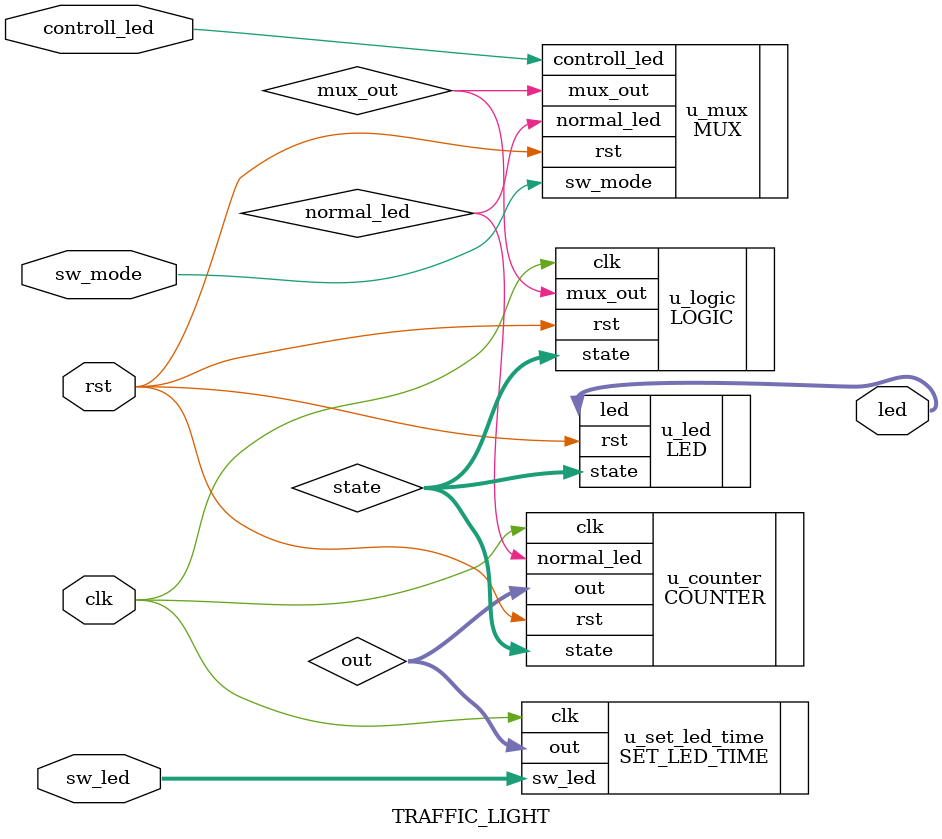
<source format=v>

`include "COUNTER.v"
`include "SET_LED_TIME.v"
`include "MUX.v"
`include "LOGIC.v"
`include "LED.v"

module TRAFFIC_LIGHT(
    input clk,
    input rst,
    input [11:0] sw_led,
    input controll_led,
    input sw_mode, 

    output [1:0] led
);

wire normal_led;
wire [11:0] out;
wire mux_out;
wire [1:0] state;

COUNTER u_counter (
    .rst(rst),
    .clk(clk),
    .state(state),
    .out(out),
    .normal_led(normal_led)
);

SET_LED_TIME u_set_led_time (
    .clk(clk),
    .sw_led(sw_led),
    .out(out)
);

MUX u_mux (
    .normal_led(normal_led),
    .controll_led(controll_led),
    .sw_mode(sw_mode),
    .mux_out(mux_out),
    .rst(rst)
);

LOGIC u_logic (
    .clk(clk),
    .rst(rst),
    .mux_out(mux_out),
    .state(state)
);

LED u_led (
    .rst(rst),
    .state(state),
    .led(led)
);

endmodule
</source>
